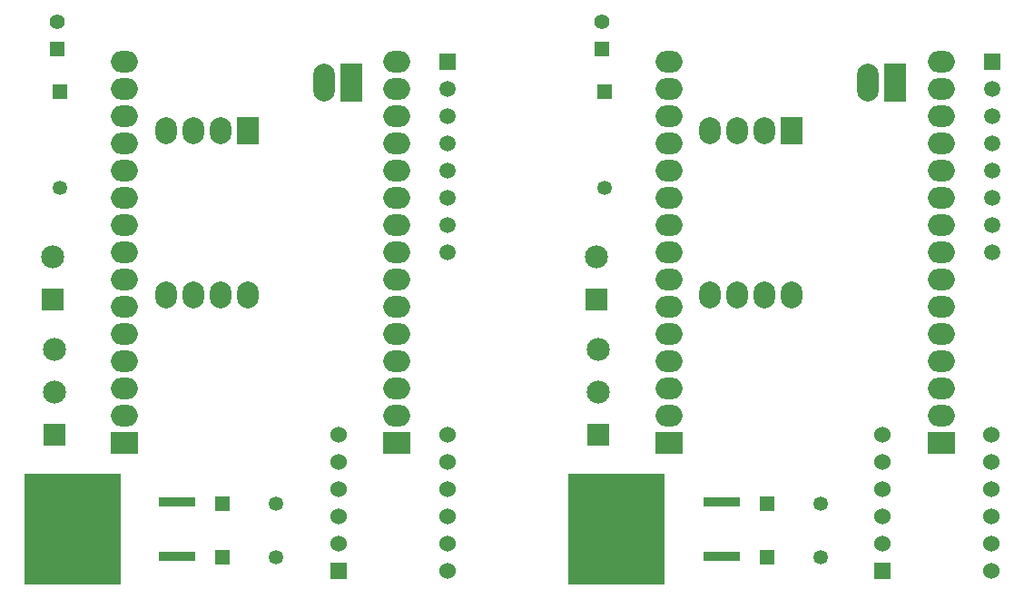
<source format=gbr>
G04*
G04 #@! TF.GenerationSoftware,Altium Limited,Altium Designer,25.0.2 (28)*
G04*
G04 Layer_Color=255*
%FSLAX44Y44*%
%MOMM*%
G71*
G04*
G04 #@! TF.SameCoordinates,8B6BD92A-2743-4FC7-A306-186CE1EE4446*
G04*
G04*
G04 #@! TF.FilePolarity,Positive*
G04*
G01*
G75*
%ADD10O,2.0000X3.5400*%
%ADD11R,2.0000X3.5400*%
%ADD12R,9.0000X10.3500*%
%ADD13R,3.5000X0.9500*%
%ADD15O,2.5000X2.0000*%
%ADD16R,2.5000X2.0000*%
%ADD17C,2.1500*%
%ADD18R,2.1500X2.1500*%
%ADD19C,1.5240*%
%ADD20R,1.5240X1.5240*%
%ADD21O,2.0000X2.5000*%
%ADD22R,2.0000X2.5000*%
%ADD23R,1.3500X1.3500*%
%ADD24C,1.3500*%
%ADD25C,1.5000*%
%ADD26R,1.5000X1.5000*%
%ADD27C,1.4000*%
%ADD28R,1.4000X1.4000*%
%ADD29R,1.3500X1.3500*%
D10*
X307690Y486770D02*
D03*
X815210D02*
D03*
D11*
X333090D02*
D03*
X840610D02*
D03*
D12*
X73240Y70220D02*
D03*
X580760D02*
D03*
D13*
X170740Y95620D02*
D03*
Y44820D02*
D03*
X678260Y95620D02*
D03*
Y44820D02*
D03*
D15*
X375740Y506270D02*
D03*
Y480870D02*
D03*
Y455470D02*
D03*
Y430070D02*
D03*
Y404670D02*
D03*
Y379270D02*
D03*
Y353870D02*
D03*
Y328470D02*
D03*
Y303070D02*
D03*
Y277670D02*
D03*
Y252270D02*
D03*
Y226870D02*
D03*
Y201470D02*
D03*
Y176070D02*
D03*
X121740Y226870D02*
D03*
Y506270D02*
D03*
Y480870D02*
D03*
Y455470D02*
D03*
Y430070D02*
D03*
Y404670D02*
D03*
Y379270D02*
D03*
Y353870D02*
D03*
Y328470D02*
D03*
Y303070D02*
D03*
Y277670D02*
D03*
Y252270D02*
D03*
Y201470D02*
D03*
Y176070D02*
D03*
X883260Y506270D02*
D03*
Y480870D02*
D03*
Y455470D02*
D03*
Y430070D02*
D03*
Y404670D02*
D03*
Y379270D02*
D03*
Y353870D02*
D03*
Y328470D02*
D03*
Y303070D02*
D03*
Y277670D02*
D03*
Y252270D02*
D03*
Y226870D02*
D03*
Y201470D02*
D03*
Y176070D02*
D03*
X629260Y226870D02*
D03*
Y506270D02*
D03*
Y480870D02*
D03*
Y455470D02*
D03*
Y430070D02*
D03*
Y404670D02*
D03*
Y379270D02*
D03*
Y353870D02*
D03*
Y328470D02*
D03*
Y303070D02*
D03*
Y277670D02*
D03*
Y252270D02*
D03*
Y201470D02*
D03*
Y176070D02*
D03*
D16*
X375740Y150670D02*
D03*
X121740D02*
D03*
X883260D02*
D03*
X629260D02*
D03*
D17*
X55990Y237820D02*
D03*
Y198220D02*
D03*
X54490Y324470D02*
D03*
X563510Y237820D02*
D03*
Y198220D02*
D03*
X562010Y324470D02*
D03*
D18*
X55990Y158620D02*
D03*
X54490Y284870D02*
D03*
X563510Y158620D02*
D03*
X562010Y284870D02*
D03*
D19*
X422590Y158720D02*
D03*
Y133320D02*
D03*
Y107920D02*
D03*
Y82520D02*
D03*
Y57120D02*
D03*
Y31720D02*
D03*
X320990Y133320D02*
D03*
Y57120D02*
D03*
Y158720D02*
D03*
Y107920D02*
D03*
Y82520D02*
D03*
X930110Y158720D02*
D03*
Y133320D02*
D03*
Y107920D02*
D03*
Y82520D02*
D03*
Y57120D02*
D03*
Y31720D02*
D03*
X828510Y133320D02*
D03*
Y57120D02*
D03*
Y158720D02*
D03*
Y107920D02*
D03*
Y82520D02*
D03*
D20*
X320990Y31720D02*
D03*
X828510D02*
D03*
D21*
X160290Y288570D02*
D03*
X185690D02*
D03*
X211090D02*
D03*
X236490D02*
D03*
X160290Y441970D02*
D03*
X185690D02*
D03*
X211090D02*
D03*
X667810Y288570D02*
D03*
X693210D02*
D03*
X718610D02*
D03*
X744010D02*
D03*
X667810Y441970D02*
D03*
X693210D02*
D03*
X718610D02*
D03*
D22*
X236490D02*
D03*
X744010D02*
D03*
D23*
X212990Y93720D02*
D03*
Y44470D02*
D03*
X720510Y93720D02*
D03*
Y44470D02*
D03*
D24*
X262990Y93720D02*
D03*
Y44470D02*
D03*
X61490Y388720D02*
D03*
X770510Y93720D02*
D03*
Y44470D02*
D03*
X569010Y388720D02*
D03*
D25*
X423240Y328520D02*
D03*
Y353920D02*
D03*
Y379320D02*
D03*
Y404720D02*
D03*
Y430120D02*
D03*
Y455520D02*
D03*
Y480920D02*
D03*
X930760Y328520D02*
D03*
Y353920D02*
D03*
Y379320D02*
D03*
Y404720D02*
D03*
Y430120D02*
D03*
Y455520D02*
D03*
Y480920D02*
D03*
D26*
X423240Y506320D02*
D03*
X930760D02*
D03*
D27*
X58990Y543671D02*
D03*
X566510D02*
D03*
D28*
X58990Y518270D02*
D03*
X566510D02*
D03*
D29*
X61490Y478720D02*
D03*
X569010D02*
D03*
M02*

</source>
